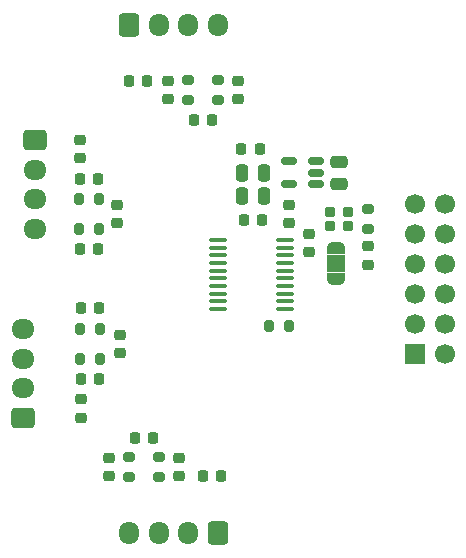
<source format=gbr>
%TF.GenerationSoftware,KiCad,Pcbnew,9.0.6*%
%TF.CreationDate,2025-12-29T21:08:54-05:00*%
%TF.ProjectId,plimsoll,706c696d-736f-46c6-9c2e-6b696361645f,rev?*%
%TF.SameCoordinates,Original*%
%TF.FileFunction,Soldermask,Top*%
%TF.FilePolarity,Negative*%
%FSLAX46Y46*%
G04 Gerber Fmt 4.6, Leading zero omitted, Abs format (unit mm)*
G04 Created by KiCad (PCBNEW 9.0.6) date 2025-12-29 21:08:54*
%MOMM*%
%LPD*%
G01*
G04 APERTURE LIST*
G04 Aperture macros list*
%AMRoundRect*
0 Rectangle with rounded corners*
0 $1 Rounding radius*
0 $2 $3 $4 $5 $6 $7 $8 $9 X,Y pos of 4 corners*
0 Add a 4 corners polygon primitive as box body*
4,1,4,$2,$3,$4,$5,$6,$7,$8,$9,$2,$3,0*
0 Add four circle primitives for the rounded corners*
1,1,$1+$1,$2,$3*
1,1,$1+$1,$4,$5*
1,1,$1+$1,$6,$7*
1,1,$1+$1,$8,$9*
0 Add four rect primitives between the rounded corners*
20,1,$1+$1,$2,$3,$4,$5,0*
20,1,$1+$1,$4,$5,$6,$7,0*
20,1,$1+$1,$6,$7,$8,$9,0*
20,1,$1+$1,$8,$9,$2,$3,0*%
%AMFreePoly0*
4,1,23,0.550000,-0.750000,0.000000,-0.750000,0.000000,-0.745722,-0.065263,-0.745722,-0.191342,-0.711940,-0.304381,-0.646677,-0.396677,-0.554381,-0.461940,-0.441342,-0.495722,-0.315263,-0.495722,-0.250000,-0.500000,-0.250000,-0.500000,0.250000,-0.495722,0.250000,-0.495722,0.315263,-0.461940,0.441342,-0.396677,0.554381,-0.304381,0.646677,-0.191342,0.711940,-0.065263,0.745722,0.000000,0.745722,
0.000000,0.750000,0.550000,0.750000,0.550000,-0.750000,0.550000,-0.750000,$1*%
%AMFreePoly1*
4,1,23,0.000000,0.745722,0.065263,0.745722,0.191342,0.711940,0.304381,0.646677,0.396677,0.554381,0.461940,0.441342,0.495722,0.315263,0.495722,0.250000,0.500000,0.250000,0.500000,-0.250000,0.495722,-0.250000,0.495722,-0.315263,0.461940,-0.441342,0.396677,-0.554381,0.304381,-0.646677,0.191342,-0.711940,0.065263,-0.745722,0.000000,-0.745722,0.000000,-0.750000,-0.550000,-0.750000,
-0.550000,0.750000,0.000000,0.750000,0.000000,0.745722,0.000000,0.745722,$1*%
G04 Aperture macros list end*
%ADD10RoundRect,0.200000X0.200000X0.275000X-0.200000X0.275000X-0.200000X-0.275000X0.200000X-0.275000X0*%
%ADD11RoundRect,0.250000X0.475000X-0.250000X0.475000X0.250000X-0.475000X0.250000X-0.475000X-0.250000X0*%
%ADD12RoundRect,0.225000X-0.225000X-0.250000X0.225000X-0.250000X0.225000X0.250000X-0.225000X0.250000X0*%
%ADD13RoundRect,0.100000X-0.637500X-0.100000X0.637500X-0.100000X0.637500X0.100000X-0.637500X0.100000X0*%
%ADD14RoundRect,0.225000X0.250000X-0.225000X0.250000X0.225000X-0.250000X0.225000X-0.250000X-0.225000X0*%
%ADD15RoundRect,0.200000X-0.200000X-0.275000X0.200000X-0.275000X0.200000X0.275000X-0.200000X0.275000X0*%
%ADD16RoundRect,0.225000X-0.250000X0.225000X-0.250000X-0.225000X0.250000X-0.225000X0.250000X0.225000X0*%
%ADD17R,1.700000X1.700000*%
%ADD18C,1.700000*%
%ADD19FreePoly0,270.000000*%
%ADD20R,1.500000X1.000000*%
%ADD21FreePoly1,270.000000*%
%ADD22RoundRect,0.200000X0.275000X-0.200000X0.275000X0.200000X-0.275000X0.200000X-0.275000X-0.200000X0*%
%ADD23RoundRect,0.250000X0.250000X0.475000X-0.250000X0.475000X-0.250000X-0.475000X0.250000X-0.475000X0*%
%ADD24RoundRect,0.250000X0.725000X-0.600000X0.725000X0.600000X-0.725000X0.600000X-0.725000X-0.600000X0*%
%ADD25O,1.950000X1.700000*%
%ADD26RoundRect,0.225000X0.225000X0.250000X-0.225000X0.250000X-0.225000X-0.250000X0.225000X-0.250000X0*%
%ADD27RoundRect,0.250000X0.600000X0.725000X-0.600000X0.725000X-0.600000X-0.725000X0.600000X-0.725000X0*%
%ADD28O,1.700000X1.950000*%
%ADD29RoundRect,0.200000X0.250000X0.200000X-0.250000X0.200000X-0.250000X-0.200000X0.250000X-0.200000X0*%
%ADD30RoundRect,0.200000X-0.275000X0.200000X-0.275000X-0.200000X0.275000X-0.200000X0.275000X0.200000X0*%
%ADD31RoundRect,0.250000X-0.725000X0.600000X-0.725000X-0.600000X0.725000X-0.600000X0.725000X0.600000X0*%
%ADD32RoundRect,0.150000X0.512500X0.150000X-0.512500X0.150000X-0.512500X-0.150000X0.512500X-0.150000X0*%
%ADD33RoundRect,0.250000X-0.600000X-0.725000X0.600000X-0.725000X0.600000X0.725000X-0.600000X0.725000X0*%
G04 APERTURE END LIST*
%TO.C,JP1*%
G36*
X130750000Y-122950000D02*
G01*
X129250000Y-122950000D01*
X129250000Y-124450000D01*
X130750000Y-124450000D01*
X130750000Y-122950000D01*
G37*
%TD*%
D10*
%TO.C,R5*%
X110000000Y-129250000D03*
X108350000Y-129250000D03*
%TD*%
D11*
%TO.C,C16*%
X130275000Y-117000000D03*
X130275000Y-115100000D03*
%TD*%
D12*
%TO.C,C20*%
X122225000Y-120000000D03*
X123775000Y-120000000D03*
%TD*%
D13*
%TO.C,U1*%
X120000000Y-121700000D03*
X120000000Y-122350000D03*
X120000000Y-123000000D03*
X120000000Y-123650000D03*
X120000000Y-124300000D03*
X120000000Y-124950000D03*
X120000000Y-125600000D03*
X120000000Y-126250000D03*
X120000000Y-126900000D03*
X120000000Y-127550000D03*
X125725000Y-127550000D03*
X125725000Y-126900000D03*
X125725000Y-126250000D03*
X125725000Y-125600000D03*
X125725000Y-124950000D03*
X125725000Y-124300000D03*
X125725000Y-123650000D03*
X125725000Y-123000000D03*
X125725000Y-122350000D03*
X125725000Y-121700000D03*
%TD*%
D14*
%TO.C,C13*%
X126000000Y-120275000D03*
X126000000Y-118725000D03*
%TD*%
D15*
%TO.C,R9*%
X124350000Y-129000000D03*
X126000000Y-129000000D03*
%TD*%
D14*
%TO.C,C23*%
X108425000Y-136750000D03*
X108425000Y-135200000D03*
%TD*%
D16*
%TO.C,C2*%
X115750000Y-108225000D03*
X115750000Y-109775000D03*
%TD*%
D17*
%TO.C,J1*%
X136710000Y-131325000D03*
D18*
X139250000Y-131325000D03*
X136710000Y-128785000D03*
X139250000Y-128785000D03*
X136710000Y-126245000D03*
X139250000Y-126245000D03*
X136710000Y-123705000D03*
X139250000Y-123705000D03*
X136710000Y-121165000D03*
X139250000Y-121165000D03*
X136710000Y-118625000D03*
X139250000Y-118625000D03*
%TD*%
D19*
%TO.C,JP1*%
X130000000Y-122400000D03*
D20*
X130000000Y-123700000D03*
D21*
X130000000Y-125000000D03*
%TD*%
D22*
%TO.C,R1*%
X120000000Y-109825000D03*
X120000000Y-108175000D03*
%TD*%
D16*
%TO.C,C1*%
X121750000Y-108200000D03*
X121750000Y-109750000D03*
%TD*%
D14*
%TO.C,C15*%
X127750000Y-122750000D03*
X127750000Y-121200000D03*
%TD*%
D23*
%TO.C,C19*%
X123950000Y-118000000D03*
X122050000Y-118000000D03*
%TD*%
D12*
%TO.C,C9*%
X117975000Y-111500000D03*
X119525000Y-111500000D03*
%TD*%
D24*
%TO.C,LC3*%
X103475000Y-136750000D03*
D25*
X103475000Y-134250000D03*
X103475000Y-131750000D03*
X103475000Y-129250000D03*
%TD*%
D14*
%TO.C,C8*%
X116750000Y-141700000D03*
X116750000Y-140150000D03*
%TD*%
D12*
%TO.C,C3*%
X108300000Y-122500000D03*
X109850000Y-122500000D03*
%TD*%
D10*
%TO.C,R6*%
X110000000Y-131750000D03*
X108350000Y-131750000D03*
%TD*%
D26*
%TO.C,C24*%
X120275000Y-141675000D03*
X118725000Y-141675000D03*
%TD*%
D22*
%TO.C,R10*%
X132750000Y-120750000D03*
X132750000Y-119100000D03*
%TD*%
D27*
%TO.C,LC4*%
X120000000Y-146525000D03*
D28*
X117500000Y-146525000D03*
X115000000Y-146525000D03*
X112500000Y-146525000D03*
%TD*%
D29*
%TO.C,Y1*%
X131000000Y-119300000D03*
X129500000Y-119300000D03*
X129500000Y-120500000D03*
X131000000Y-120500000D03*
%TD*%
D26*
%TO.C,C12*%
X114550000Y-138500000D03*
X113000000Y-138500000D03*
%TD*%
D12*
%TO.C,C5*%
X108400000Y-127500000D03*
X109950000Y-127500000D03*
%TD*%
D22*
%TO.C,R2*%
X117500000Y-109825000D03*
X117500000Y-108175000D03*
%TD*%
D10*
%TO.C,R4*%
X109900000Y-118250000D03*
X108250000Y-118250000D03*
%TD*%
D30*
%TO.C,R7*%
X112500000Y-140100000D03*
X112500000Y-141750000D03*
%TD*%
D16*
%TO.C,C10*%
X111500000Y-118725000D03*
X111500000Y-120275000D03*
%TD*%
D30*
%TO.C,R8*%
X115000000Y-140100000D03*
X115000000Y-141750000D03*
%TD*%
D16*
%TO.C,C22*%
X108325000Y-113200000D03*
X108325000Y-114750000D03*
%TD*%
D26*
%TO.C,C14*%
X123550000Y-114000000D03*
X122000000Y-114000000D03*
%TD*%
D23*
%TO.C,C18*%
X123950000Y-116000000D03*
X122050000Y-116000000D03*
%TD*%
D16*
%TO.C,C17*%
X132750000Y-122250000D03*
X132750000Y-123800000D03*
%TD*%
D12*
%TO.C,C21*%
X112475000Y-108250000D03*
X114025000Y-108250000D03*
%TD*%
D31*
%TO.C,LC2*%
X104525000Y-113250000D03*
D25*
X104525000Y-115750000D03*
X104525000Y-118250000D03*
X104525000Y-120750000D03*
%TD*%
D12*
%TO.C,C6*%
X108400000Y-133500000D03*
X109950000Y-133500000D03*
%TD*%
D14*
%TO.C,C7*%
X110750000Y-141700000D03*
X110750000Y-140150000D03*
%TD*%
D32*
%TO.C,U2*%
X128275000Y-116950000D03*
X128275000Y-116000000D03*
X128275000Y-115050000D03*
X126000000Y-115050000D03*
X126000000Y-116950000D03*
%TD*%
D12*
%TO.C,C4*%
X108300000Y-116500000D03*
X109850000Y-116500000D03*
%TD*%
D33*
%TO.C,LC1*%
X112500000Y-103475000D03*
D28*
X115000000Y-103475000D03*
X117500000Y-103475000D03*
X120000000Y-103475000D03*
%TD*%
D10*
%TO.C,R3*%
X109900000Y-120750000D03*
X108250000Y-120750000D03*
%TD*%
D14*
%TO.C,C11*%
X111750000Y-131300000D03*
X111750000Y-129750000D03*
%TD*%
M02*

</source>
